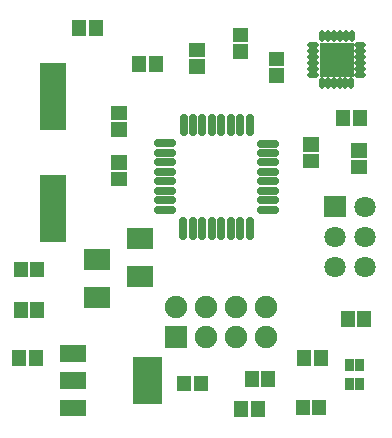
<source format=gts>
G04 Layer: TopSolderMaskLayer*
G04 EasyEDA v6.4.5, 2020-09-10T17:23:05--4:00*
G04 2e966794ef5b4dc9b60ed7227ec9bd29,ebf70693e8d24e819ce4a1bff5f43d4f,10*
G04 Gerber Generator version 0.2*
G04 Scale: 100 percent, Rotated: No, Reflected: No *
G04 Dimensions in millimeters *
G04 leading zeros omitted , absolute positions ,3 integer and 3 decimal *
%FSLAX33Y33*%
%MOMM*%
G90*
G71D02*

%ADD37C,0.653212*%
%ADD38C,0.483210*%
%ADD44C,1.903197*%
%ADD46C,1.803197*%

%LPD*%
G54D37*
G01X14986Y26317D02*
G01X14986Y25117D01*
G01X15787Y26317D02*
G01X15787Y25117D01*
G01X16587Y26317D02*
G01X16587Y25117D01*
G01X17387Y26317D02*
G01X17387Y25117D01*
G01X18184Y26317D02*
G01X18184Y25117D01*
G01X18984Y26317D02*
G01X18984Y25117D01*
G01X19785Y26317D02*
G01X19785Y25117D01*
G01X20585Y26317D02*
G01X20585Y25117D01*
G01X21549Y24142D02*
G01X22749Y24142D01*
G01X21549Y23342D02*
G01X22749Y23342D01*
G01X21549Y22542D02*
G01X22749Y22542D01*
G01X21549Y21742D02*
G01X22749Y21742D01*
G01X21549Y20944D02*
G01X22749Y20944D01*
G01X21549Y20144D02*
G01X22749Y20144D01*
G01X21549Y19344D02*
G01X22749Y19344D01*
G01X21549Y18544D02*
G01X22749Y18544D01*
G01X20574Y17554D02*
G01X20574Y16354D01*
G01X19774Y17554D02*
G01X19774Y16354D01*
G01X18974Y17554D02*
G01X18974Y16354D01*
G01X18174Y17554D02*
G01X18174Y16354D01*
G01X17377Y17554D02*
G01X17377Y16354D01*
G01X16577Y17554D02*
G01X16577Y16354D01*
G01X15776Y17554D02*
G01X15776Y16354D01*
G01X14976Y17554D02*
G01X14976Y16354D01*
G01X12812Y18554D02*
G01X14012Y18554D01*
G01X12812Y19354D02*
G01X14012Y19354D01*
G01X12812Y20154D02*
G01X14012Y20154D01*
G01X12812Y20955D02*
G01X14012Y20955D01*
G01X12812Y21752D02*
G01X14012Y21752D01*
G01X12812Y22552D02*
G01X14012Y22552D01*
G01X12812Y23352D02*
G01X14012Y23352D01*
G01X12812Y24152D02*
G01X14012Y24152D01*
G54D38*
G01X25681Y32473D02*
G01X26200Y32473D01*
G01X25681Y31973D02*
G01X26200Y31973D01*
G01X25681Y31473D02*
G01X26200Y31473D01*
G01X25681Y30975D02*
G01X26200Y30975D01*
G01X25681Y30474D02*
G01X26200Y30474D01*
G01X25681Y29974D02*
G01X26200Y29974D01*
G01X26696Y29501D02*
G01X26696Y28982D01*
G01X27196Y29501D02*
G01X27196Y28982D01*
G01X27697Y29501D02*
G01X27697Y28982D01*
G01X28194Y29501D02*
G01X28194Y28982D01*
G01X28695Y29501D02*
G01X28695Y28982D01*
G01X29195Y29501D02*
G01X29195Y28982D01*
G01X29680Y29984D02*
G01X30200Y29984D01*
G01X29680Y30485D02*
G01X30200Y30485D01*
G01X29680Y30985D02*
G01X30200Y30985D01*
G01X29680Y31483D02*
G01X30200Y31483D01*
G01X29680Y31983D02*
G01X30200Y31983D01*
G01X29680Y32484D02*
G01X30200Y32484D01*
G01X29210Y33501D02*
G01X29210Y32982D01*
G01X28710Y33501D02*
G01X28710Y32982D01*
G01X28210Y33501D02*
G01X28210Y32982D01*
G01X27712Y33501D02*
G01X27712Y32982D01*
G01X27212Y33501D02*
G01X27212Y32982D01*
G01X26711Y33501D02*
G01X26711Y32982D01*
G36*
G01X2835Y15765D02*
G01X2835Y21470D01*
G01X5040Y21470D01*
G01X5040Y15765D01*
G01X2835Y15765D01*
G37*
G36*
G01X2835Y25265D02*
G01X2835Y30970D01*
G01X5040Y30970D01*
G01X5040Y25265D01*
G01X2835Y25265D01*
G37*
G36*
G01X8873Y24734D02*
G01X8873Y25935D01*
G01X10178Y25935D01*
G01X10178Y24734D01*
G01X8873Y24734D01*
G37*
G36*
G01X8873Y26134D02*
G01X8873Y27335D01*
G01X10178Y27335D01*
G01X10178Y26134D01*
G01X8873Y26134D01*
G37*
G36*
G01X8873Y20543D02*
G01X8873Y21744D01*
G01X10178Y21744D01*
G01X10178Y20543D01*
G01X8873Y20543D01*
G37*
G36*
G01X8873Y21943D02*
G01X8873Y23144D01*
G01X10178Y23144D01*
G01X10178Y21943D01*
G01X8873Y21943D01*
G37*
G36*
G01X605Y12809D02*
G01X605Y14114D01*
G01X1806Y14114D01*
G01X1806Y12809D01*
G01X605Y12809D01*
G37*
G36*
G01X2005Y12809D02*
G01X2005Y14114D01*
G01X3206Y14114D01*
G01X3206Y12809D01*
G01X2005Y12809D01*
G37*
G36*
G01X605Y9380D02*
G01X605Y10685D01*
G01X1806Y10685D01*
G01X1806Y9380D01*
G01X605Y9380D01*
G37*
G36*
G01X2005Y9380D02*
G01X2005Y10685D01*
G01X3206Y10685D01*
G01X3206Y9380D01*
G01X2005Y9380D01*
G37*
G36*
G01X478Y5316D02*
G01X478Y6621D01*
G01X1679Y6621D01*
G01X1679Y5316D01*
G01X478Y5316D01*
G37*
G36*
G01X1878Y5316D02*
G01X1878Y6621D01*
G01X3079Y6621D01*
G01X3079Y5316D01*
G01X1878Y5316D01*
G37*
G36*
G01X12038Y30208D02*
G01X12038Y31513D01*
G01X13239Y31513D01*
G01X13239Y30208D01*
G01X12038Y30208D01*
G37*
G36*
G01X10638Y30208D02*
G01X10638Y31513D01*
G01X11839Y31513D01*
G01X11839Y30208D01*
G01X10638Y30208D01*
G37*
G36*
G01X26498Y29786D02*
G01X26498Y32672D01*
G01X29383Y32672D01*
G01X29383Y29786D01*
G01X26498Y29786D01*
G37*
G36*
G01X13399Y6794D02*
G01X13399Y8699D01*
G01X15304Y8699D01*
G01X15304Y6794D01*
G01X13399Y6794D01*
G37*
G54D44*
G01X14351Y10287D03*
G01X16891Y7747D03*
G01X16891Y10287D03*
G01X19431Y7747D03*
G01X19431Y10287D03*
G01X21971Y7747D03*
G01X21971Y10287D03*
G36*
G01X15848Y3157D02*
G01X15848Y4462D01*
G01X17049Y4462D01*
G01X17049Y3157D01*
G01X15848Y3157D01*
G37*
G36*
G01X14448Y3157D02*
G01X14448Y4462D01*
G01X15649Y4462D01*
G01X15649Y3157D01*
G01X14448Y3157D01*
G37*
G36*
G01X22208Y30706D02*
G01X22208Y31907D01*
G01X23513Y31907D01*
G01X23513Y30706D01*
G01X22208Y30706D01*
G37*
G36*
G01X22208Y29306D02*
G01X22208Y30507D01*
G01X23513Y30507D01*
G01X23513Y29306D01*
G01X22208Y29306D01*
G37*
G36*
G01X27910Y25636D02*
G01X27910Y26941D01*
G01X29111Y26941D01*
G01X29111Y25636D01*
G01X27910Y25636D01*
G37*
G36*
G01X29310Y25636D02*
G01X29310Y26941D01*
G01X30511Y26941D01*
G01X30511Y25636D01*
G01X29310Y25636D01*
G37*
G36*
G01X25129Y22067D02*
G01X25129Y23268D01*
G01X26434Y23268D01*
G01X26434Y22067D01*
G01X25129Y22067D01*
G37*
G36*
G01X25129Y23467D02*
G01X25129Y24668D01*
G01X26434Y24668D01*
G01X26434Y23467D01*
G01X25129Y23467D01*
G37*
G36*
G01X29691Y8618D02*
G01X29691Y9923D01*
G01X30892Y9923D01*
G01X30892Y8618D01*
G01X29691Y8618D01*
G37*
G36*
G01X28291Y8618D02*
G01X28291Y9923D01*
G01X29492Y9923D01*
G01X29492Y8618D01*
G01X28291Y8618D01*
G37*
G36*
G01X15477Y30068D02*
G01X15477Y31269D01*
G01X16782Y31269D01*
G01X16782Y30068D01*
G01X15477Y30068D01*
G37*
G36*
G01X15477Y31468D02*
G01X15477Y32669D01*
G01X16782Y32669D01*
G01X16782Y31468D01*
G01X15477Y31468D01*
G37*
G36*
G01X29538Y4869D02*
G01X29538Y5872D01*
G01X30293Y5872D01*
G01X30293Y4869D01*
G01X29538Y4869D01*
G37*
G36*
G01X28639Y4869D02*
G01X28639Y5872D01*
G01X29391Y5872D01*
G01X29391Y4869D01*
G01X28639Y4869D01*
G37*
G36*
G01X28639Y3271D02*
G01X28639Y4274D01*
G01X29391Y4274D01*
G01X29391Y3271D01*
G01X28639Y3271D01*
G37*
G36*
G01X29538Y3271D02*
G01X29538Y4274D01*
G01X30293Y4274D01*
G01X30293Y3271D01*
G01X29538Y3271D01*
G37*
G36*
G01X24608Y5316D02*
G01X24608Y6621D01*
G01X25809Y6621D01*
G01X25809Y5316D01*
G01X24608Y5316D01*
G37*
G36*
G01X26008Y5316D02*
G01X26008Y6621D01*
G01X27209Y6621D01*
G01X27209Y5316D01*
G01X26008Y5316D01*
G37*
G36*
G01X20163Y3538D02*
G01X20163Y4843D01*
G01X21364Y4843D01*
G01X21364Y3538D01*
G01X20163Y3538D01*
G37*
G36*
G01X21563Y3538D02*
G01X21563Y4843D01*
G01X22764Y4843D01*
G01X22764Y3538D01*
G01X21563Y3538D01*
G37*
G36*
G01X24481Y1125D02*
G01X24481Y2430D01*
G01X25682Y2430D01*
G01X25682Y1125D01*
G01X24481Y1125D01*
G37*
G36*
G01X25881Y1125D02*
G01X25881Y2430D01*
G01X27082Y2430D01*
G01X27082Y1125D01*
G01X25881Y1125D01*
G37*
G54D46*
G01X30353Y13716D03*
G01X27813Y13716D03*
G01X30353Y16256D03*
G01X27813Y16256D03*
G01X30353Y18796D03*
G36*
G01X26912Y17894D02*
G01X26912Y19697D01*
G01X28715Y19697D01*
G01X28715Y17894D01*
G01X26912Y17894D01*
G37*
G36*
G01X19160Y31338D02*
G01X19160Y32539D01*
G01X20465Y32539D01*
G01X20465Y31338D01*
G01X19160Y31338D01*
G37*
G36*
G01X19160Y32738D02*
G01X19160Y33939D01*
G01X20465Y33939D01*
G01X20465Y32738D01*
G01X19160Y32738D01*
G37*
G36*
G01X20674Y998D02*
G01X20674Y2303D01*
G01X21875Y2303D01*
G01X21875Y998D01*
G01X20674Y998D01*
G37*
G36*
G01X19274Y998D02*
G01X19274Y2303D01*
G01X20475Y2303D01*
G01X20475Y998D01*
G01X19274Y998D01*
G37*
G36*
G01X10686Y2062D02*
G01X10686Y6065D01*
G01X13191Y6065D01*
G01X13191Y2062D01*
G01X10686Y2062D01*
G37*
G36*
G01X4486Y3362D02*
G01X4486Y4765D01*
G01X6691Y4765D01*
G01X6691Y3362D01*
G01X4486Y3362D01*
G37*
G36*
G01X4486Y1061D02*
G01X4486Y2466D01*
G01X6691Y2466D01*
G01X6691Y1061D01*
G01X4486Y1061D01*
G37*
G36*
G01X4486Y5661D02*
G01X4486Y7066D01*
G01X6691Y7066D01*
G01X6691Y5661D01*
G01X4486Y5661D01*
G37*
G36*
G01X29193Y22959D02*
G01X29193Y24160D01*
G01X30498Y24160D01*
G01X30498Y22959D01*
G01X29193Y22959D01*
G37*
G36*
G01X29193Y21559D02*
G01X29193Y22760D01*
G01X30498Y22760D01*
G01X30498Y21559D01*
G01X29193Y21559D01*
G37*
G36*
G01X10201Y15176D02*
G01X10201Y16979D01*
G01X12406Y16979D01*
G01X12406Y15176D01*
G01X10201Y15176D01*
G37*
G36*
G01X10201Y11976D02*
G01X10201Y13779D01*
G01X12406Y13779D01*
G01X12406Y11976D01*
G01X10201Y11976D01*
G37*
G36*
G01X6958Y33256D02*
G01X6958Y34561D01*
G01X8159Y34561D01*
G01X8159Y33256D01*
G01X6958Y33256D01*
G37*
G36*
G01X5558Y33256D02*
G01X5558Y34561D01*
G01X6759Y34561D01*
G01X6759Y33256D01*
G01X5558Y33256D01*
G37*
G36*
G01X6518Y10198D02*
G01X6518Y12001D01*
G01X8723Y12001D01*
G01X8723Y10198D01*
G01X6518Y10198D01*
G37*
G36*
G01X6518Y13398D02*
G01X6518Y15201D01*
G01X8723Y15201D01*
G01X8723Y13398D01*
G01X6518Y13398D01*
G37*
M00*
M02*

</source>
